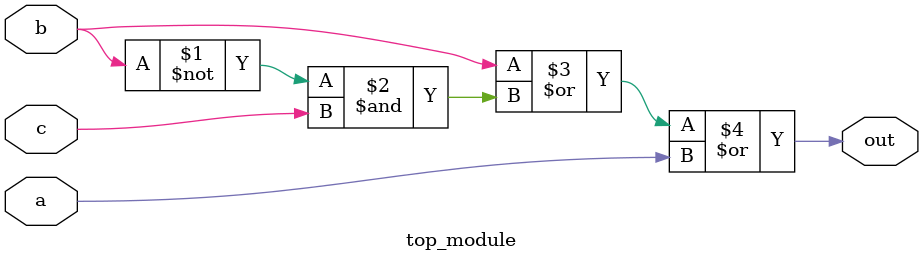
<source format=v>
module top_module(
    input a,
    input b,
    input c,
    output out  ); 

    assign out = b |(~b & c) | a;
    
endmodule

</source>
